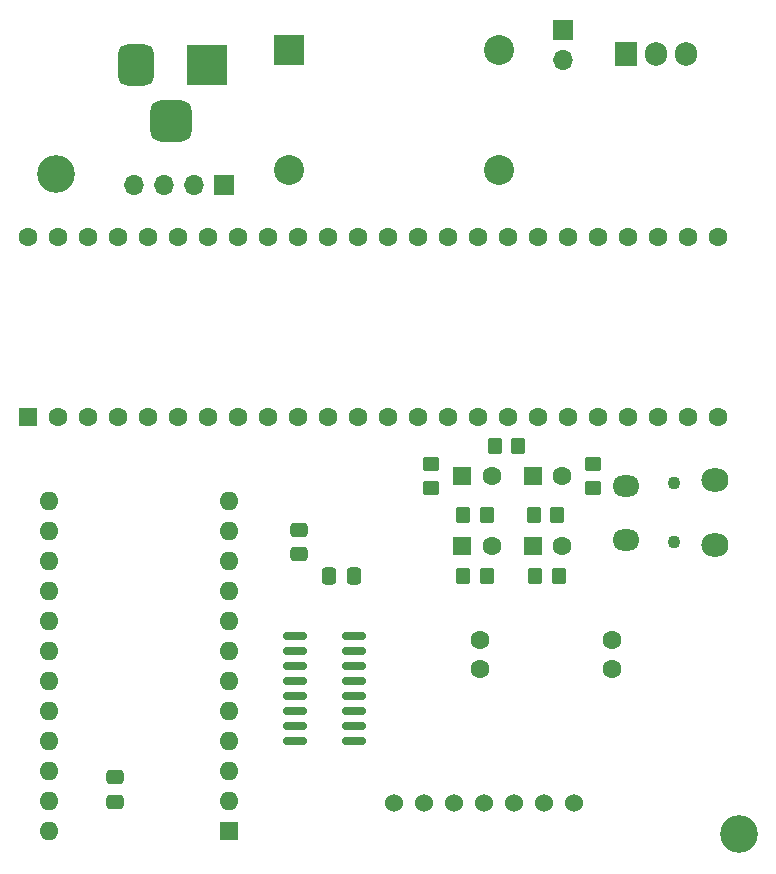
<source format=gbr>
%TF.GenerationSoftware,KiCad,Pcbnew,(6.0.4)*%
%TF.CreationDate,2022-03-31T21:50:03-03:00*%
%TF.ProjectId,vgm-teensy,76676d2d-7465-4656-9e73-792e6b696361,rev?*%
%TF.SameCoordinates,Original*%
%TF.FileFunction,Soldermask,Bot*%
%TF.FilePolarity,Negative*%
%FSLAX46Y46*%
G04 Gerber Fmt 4.6, Leading zero omitted, Abs format (unit mm)*
G04 Created by KiCad (PCBNEW (6.0.4)) date 2022-03-31 21:50:03*
%MOMM*%
%LPD*%
G01*
G04 APERTURE LIST*
G04 Aperture macros list*
%AMRoundRect*
0 Rectangle with rounded corners*
0 $1 Rounding radius*
0 $2 $3 $4 $5 $6 $7 $8 $9 X,Y pos of 4 corners*
0 Add a 4 corners polygon primitive as box body*
4,1,4,$2,$3,$4,$5,$6,$7,$8,$9,$2,$3,0*
0 Add four circle primitives for the rounded corners*
1,1,$1+$1,$2,$3*
1,1,$1+$1,$4,$5*
1,1,$1+$1,$6,$7*
1,1,$1+$1,$8,$9*
0 Add four rect primitives between the rounded corners*
20,1,$1+$1,$2,$3,$4,$5,0*
20,1,$1+$1,$4,$5,$6,$7,0*
20,1,$1+$1,$6,$7,$8,$9,0*
20,1,$1+$1,$8,$9,$2,$3,0*%
G04 Aperture macros list end*
%ADD10C,1.100000*%
%ADD11O,2.300000X1.800000*%
%ADD12O,2.300000X2.000000*%
%ADD13C,3.200000*%
%ADD14R,1.600000X1.600000*%
%ADD15O,1.600000X1.600000*%
%ADD16C,1.600000*%
%ADD17R,1.700000X1.700000*%
%ADD18O,1.700000X1.700000*%
%ADD19R,2.540000X2.540000*%
%ADD20C,2.540000*%
%ADD21R,3.500000X3.500000*%
%ADD22RoundRect,0.750000X-0.750000X-1.000000X0.750000X-1.000000X0.750000X1.000000X-0.750000X1.000000X0*%
%ADD23RoundRect,0.875000X-0.875000X-0.875000X0.875000X-0.875000X0.875000X0.875000X-0.875000X0.875000X0*%
%ADD24R,1.905000X2.000000*%
%ADD25O,1.905000X2.000000*%
%ADD26C,1.524000*%
%ADD27RoundRect,0.250000X0.475000X-0.337500X0.475000X0.337500X-0.475000X0.337500X-0.475000X-0.337500X0*%
%ADD28RoundRect,0.250000X-0.337500X-0.475000X0.337500X-0.475000X0.337500X0.475000X-0.337500X0.475000X0*%
%ADD29RoundRect,0.250000X-0.350000X-0.450000X0.350000X-0.450000X0.350000X0.450000X-0.350000X0.450000X0*%
%ADD30RoundRect,0.250000X0.350000X0.450000X-0.350000X0.450000X-0.350000X-0.450000X0.350000X-0.450000X0*%
%ADD31RoundRect,0.250000X-0.450000X0.350000X-0.450000X-0.350000X0.450000X-0.350000X0.450000X0.350000X0*%
%ADD32RoundRect,0.150000X-0.850000X-0.150000X0.850000X-0.150000X0.850000X0.150000X-0.850000X0.150000X0*%
G04 APERTURE END LIST*
D10*
%TO.C,J1*%
X162616000Y-99564000D03*
X162616000Y-104564000D03*
D11*
X158616000Y-104364000D03*
X158616000Y-99764000D03*
D12*
X166116000Y-104814000D03*
X166116000Y-99314000D03*
%TD*%
D13*
%TO.C,H2*%
X110363000Y-73406000D03*
%TD*%
D14*
%TO.C,U4*%
X124973000Y-129037000D03*
D15*
X124973000Y-126497000D03*
X124973000Y-123957000D03*
X124973000Y-121417000D03*
X124973000Y-118877000D03*
X124973000Y-116337000D03*
X124973000Y-113797000D03*
X124973000Y-111257000D03*
X124973000Y-108717000D03*
X124973000Y-106177000D03*
X124973000Y-103637000D03*
X124973000Y-101097000D03*
X109733000Y-101097000D03*
X109733000Y-103637000D03*
X109733000Y-106177000D03*
X109733000Y-108717000D03*
X109733000Y-111257000D03*
X109733000Y-113797000D03*
X109733000Y-116337000D03*
X109733000Y-118877000D03*
X109733000Y-121417000D03*
X109733000Y-123957000D03*
X109733000Y-126497000D03*
X109733000Y-129037000D03*
%TD*%
D14*
%TO.C,C3*%
X144717888Y-104902000D03*
D16*
X147217888Y-104902000D03*
%TD*%
D17*
%TO.C,JP2*%
X153289000Y-61209000D03*
D18*
X153289000Y-63749000D03*
%TD*%
D16*
%TO.C,C8*%
X146239000Y-112796000D03*
X146239000Y-115296000D03*
%TD*%
D14*
%TO.C,C6*%
X150686888Y-104902000D03*
D16*
X153186888Y-104902000D03*
%TD*%
D17*
%TO.C,J3*%
X124577000Y-74295000D03*
D18*
X122037000Y-74295000D03*
X119497000Y-74295000D03*
X116957000Y-74295000D03*
%TD*%
D14*
%TO.C,C4*%
X144717888Y-98933000D03*
D16*
X147217888Y-98933000D03*
%TD*%
D13*
%TO.C,H1*%
X168148000Y-129286000D03*
%TD*%
D14*
%TO.C,U1*%
X107950000Y-93980000D03*
D16*
X110490000Y-93980000D03*
X113030000Y-93980000D03*
X115570000Y-93980000D03*
X118110000Y-93980000D03*
X120650000Y-93980000D03*
X123190000Y-93980000D03*
X125730000Y-93980000D03*
X128270000Y-93980000D03*
X130810000Y-93980000D03*
X133350000Y-93980000D03*
X135890000Y-93980000D03*
X138430000Y-93980000D03*
X140970000Y-93980000D03*
X143510000Y-93980000D03*
X146050000Y-93980000D03*
X148590000Y-93980000D03*
X151130000Y-93980000D03*
X153670000Y-93980000D03*
X156210000Y-93980000D03*
X158750000Y-93980000D03*
X161290000Y-93980000D03*
X163830000Y-93980000D03*
X166370000Y-93980000D03*
X166370000Y-78740000D03*
X163830000Y-78740000D03*
X161290000Y-78740000D03*
X158750000Y-78740000D03*
X156210000Y-78740000D03*
X153670000Y-78740000D03*
X151130000Y-78740000D03*
X148590000Y-78740000D03*
X146050000Y-78740000D03*
X143510000Y-78740000D03*
X140970000Y-78740000D03*
X138430000Y-78740000D03*
X135890000Y-78740000D03*
X133350000Y-78740000D03*
X130810000Y-78740000D03*
X128270000Y-78740000D03*
X125730000Y-78740000D03*
X123190000Y-78740000D03*
X120650000Y-78740000D03*
X118110000Y-78740000D03*
X115570000Y-78740000D03*
X113030000Y-78740000D03*
X110490000Y-78740000D03*
X107950000Y-78740000D03*
%TD*%
D14*
%TO.C,C5*%
X150686888Y-98933000D03*
D16*
X153186888Y-98933000D03*
%TD*%
D19*
%TO.C,U7*%
X130048000Y-62865000D03*
D20*
X130048000Y-73025000D03*
X147828000Y-73025000D03*
X147828000Y-62865000D03*
%TD*%
D21*
%TO.C,J2*%
X123094000Y-64193500D03*
D22*
X117094000Y-64193500D03*
D23*
X120094000Y-68893500D03*
%TD*%
D24*
%TO.C,U8*%
X158623000Y-63246000D03*
D25*
X161163000Y-63246000D03*
X163703000Y-63246000D03*
%TD*%
D16*
%TO.C,C9*%
X157415000Y-112796000D03*
X157415000Y-115296000D03*
%TD*%
D26*
%TO.C,U2*%
X138938000Y-126619000D03*
X141478000Y-126619000D03*
X144018000Y-126619000D03*
X146558000Y-126619000D03*
X149098000Y-126619000D03*
X151638000Y-126619000D03*
X154178000Y-126619000D03*
%TD*%
D27*
%TO.C,C11*%
X115316000Y-126513500D03*
X115316000Y-124438500D03*
%TD*%
D28*
%TO.C,C10*%
X133455500Y-107442000D03*
X135530500Y-107442000D03*
%TD*%
D29*
%TO.C,R9*%
X150765000Y-102235000D03*
X152765000Y-102235000D03*
%TD*%
D27*
%TO.C,C12*%
X130937000Y-105558500D03*
X130937000Y-103483500D03*
%TD*%
D29*
%TO.C,R15*%
X150892000Y-107442000D03*
X152892000Y-107442000D03*
%TD*%
D30*
%TO.C,R8*%
X149463000Y-96393000D03*
X147463000Y-96393000D03*
%TD*%
D31*
%TO.C,R13*%
X142113000Y-97933000D03*
X142113000Y-99933000D03*
%TD*%
D30*
%TO.C,R12*%
X146796000Y-107442000D03*
X144796000Y-107442000D03*
%TD*%
D32*
%TO.C,U3*%
X130596000Y-121412000D03*
X130596000Y-120142000D03*
X130596000Y-118872000D03*
X130596000Y-117602000D03*
X130596000Y-116332000D03*
X130596000Y-115062000D03*
X130596000Y-113792000D03*
X130596000Y-112522000D03*
X135596000Y-112522000D03*
X135596000Y-113792000D03*
X135596000Y-115062000D03*
X135596000Y-116332000D03*
X135596000Y-117602000D03*
X135596000Y-118872000D03*
X135596000Y-120142000D03*
X135596000Y-121412000D03*
%TD*%
D31*
%TO.C,R14*%
X155829000Y-97933000D03*
X155829000Y-99933000D03*
%TD*%
D29*
%TO.C,R7*%
X144796000Y-102235000D03*
X146796000Y-102235000D03*
%TD*%
M02*

</source>
